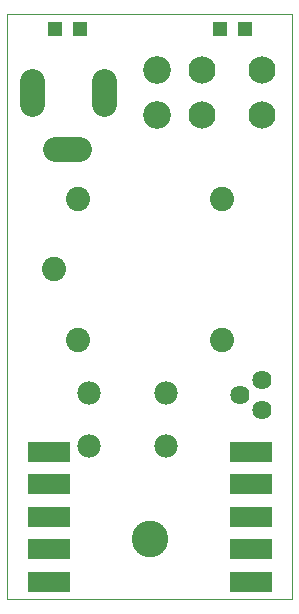
<source format=gts>
G75*
G70*
%OFA0B0*%
%FSLAX24Y24*%
%IPPOS*%
%LPD*%
%AMOC8*
5,1,8,0,0,1.08239X$1,22.5*
%
%ADD10C,0.0000*%
%ADD11C,0.1221*%
%ADD12R,0.1418X0.0709*%
%ADD13C,0.0827*%
%ADD14C,0.0808*%
%ADD15C,0.0640*%
%ADD16C,0.0926*%
%ADD17C,0.0906*%
%ADD18R,0.0512X0.0512*%
%ADD19C,0.0780*%
D10*
X004180Y004050D02*
X013680Y004050D01*
X013680Y023550D01*
X004180Y023550D01*
X004180Y004050D01*
D11*
X008930Y006050D03*
D12*
X005560Y005720D03*
X005560Y006800D03*
X005560Y007880D03*
X005560Y008960D03*
X005560Y004640D03*
X012300Y004640D03*
X012300Y005720D03*
X012300Y006800D03*
X012300Y007880D03*
X012300Y008960D03*
D13*
X006574Y019060D02*
X005786Y019060D01*
X004999Y020556D02*
X004999Y021344D01*
X007400Y021344D02*
X007400Y020556D01*
D14*
X006542Y017412D03*
X005755Y015050D03*
X006542Y012688D03*
X011345Y012688D03*
X011345Y017412D03*
D15*
X012680Y011350D03*
X011930Y010850D03*
X012680Y010350D03*
D16*
X009180Y020200D03*
X009180Y021700D03*
D17*
X010680Y021700D03*
X010680Y020200D03*
X012680Y020200D03*
X012680Y021700D03*
D18*
X012093Y023050D03*
X011267Y023050D03*
X006593Y023050D03*
X005767Y023050D03*
D19*
X006900Y010940D03*
X006900Y009160D03*
X009460Y009160D03*
X009460Y010940D03*
M02*

</source>
